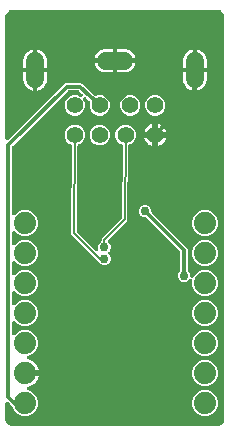
<source format=gbr>
G04 EAGLE Gerber RS-274X export*
G75*
%MOMM*%
%FSLAX34Y34*%
%LPD*%
%INBottom Copper*%
%IPPOS*%
%AMOC8*
5,1,8,0,0,1.08239X$1,22.5*%
G01*
%ADD10C,1.408000*%
%ADD11C,1.500000*%
%ADD12C,1.879600*%
%ADD13C,0.304800*%
%ADD14C,0.762000*%
%ADD15C,0.152400*%

G36*
X186620Y5095D02*
X186620Y5095D01*
X186746Y5102D01*
X186793Y5115D01*
X186841Y5121D01*
X186960Y5163D01*
X187081Y5198D01*
X187123Y5222D01*
X187169Y5238D01*
X187275Y5307D01*
X187385Y5368D01*
X187432Y5408D01*
X187462Y5427D01*
X187495Y5462D01*
X187572Y5527D01*
X190053Y8008D01*
X190132Y8107D01*
X190216Y8201D01*
X190240Y8244D01*
X190270Y8281D01*
X190324Y8396D01*
X190385Y8506D01*
X190398Y8553D01*
X190419Y8596D01*
X190445Y8720D01*
X190480Y8842D01*
X190485Y8902D01*
X190492Y8937D01*
X190491Y8985D01*
X190499Y9085D01*
X190499Y352865D01*
X190485Y352990D01*
X190478Y353116D01*
X190465Y353163D01*
X190459Y353211D01*
X190417Y353330D01*
X190382Y353451D01*
X190358Y353493D01*
X190342Y353539D01*
X190273Y353645D01*
X190212Y353755D01*
X190172Y353802D01*
X190153Y353832D01*
X190118Y353865D01*
X190053Y353942D01*
X187572Y356423D01*
X187473Y356502D01*
X187379Y356586D01*
X187336Y356610D01*
X187299Y356640D01*
X187184Y356694D01*
X187074Y356755D01*
X187027Y356768D01*
X186984Y356789D01*
X186860Y356815D01*
X186738Y356850D01*
X186678Y356855D01*
X186643Y356862D01*
X186595Y356861D01*
X186495Y356869D01*
X9085Y356869D01*
X8960Y356855D01*
X8834Y356848D01*
X8787Y356835D01*
X8739Y356829D01*
X8620Y356787D01*
X8499Y356752D01*
X8457Y356728D01*
X8411Y356712D01*
X8305Y356643D01*
X8195Y356582D01*
X8148Y356542D01*
X8118Y356523D01*
X8085Y356488D01*
X8008Y356423D01*
X5527Y353942D01*
X5448Y353843D01*
X5364Y353749D01*
X5340Y353706D01*
X5310Y353669D01*
X5256Y353554D01*
X5195Y353444D01*
X5182Y353397D01*
X5161Y353354D01*
X5135Y353230D01*
X5100Y353108D01*
X5095Y353048D01*
X5088Y353013D01*
X5089Y352965D01*
X5081Y352865D01*
X5081Y248020D01*
X5092Y247920D01*
X5094Y247820D01*
X5112Y247747D01*
X5121Y247674D01*
X5154Y247579D01*
X5179Y247482D01*
X5213Y247415D01*
X5238Y247345D01*
X5293Y247261D01*
X5339Y247172D01*
X5387Y247115D01*
X5427Y247053D01*
X5499Y246983D01*
X5564Y246906D01*
X5624Y246862D01*
X5678Y246810D01*
X5764Y246759D01*
X5845Y246699D01*
X5913Y246670D01*
X5977Y246632D01*
X6073Y246601D01*
X6165Y246561D01*
X6238Y246548D01*
X6309Y246525D01*
X6409Y246517D01*
X6508Y246500D01*
X6582Y246503D01*
X6656Y246497D01*
X6756Y246512D01*
X6856Y246517D01*
X6927Y246538D01*
X7001Y246549D01*
X7094Y246586D01*
X7191Y246614D01*
X7256Y246650D01*
X7325Y246678D01*
X7407Y246735D01*
X7495Y246784D01*
X7571Y246849D01*
X7611Y246877D01*
X7635Y246903D01*
X7681Y246943D01*
X55887Y295149D01*
X68023Y295149D01*
X68037Y295150D01*
X68059Y295149D01*
X69309Y295178D01*
X70195Y294293D01*
X70206Y294284D01*
X70220Y294268D01*
X80378Y284573D01*
X80425Y284538D01*
X80466Y284496D01*
X80563Y284433D01*
X80656Y284363D01*
X80710Y284339D01*
X80759Y284308D01*
X80868Y284269D01*
X80974Y284222D01*
X81032Y284211D01*
X81087Y284191D01*
X81203Y284178D01*
X81317Y284156D01*
X81375Y284159D01*
X81434Y284152D01*
X81549Y284166D01*
X81665Y284170D01*
X81722Y284186D01*
X81780Y284193D01*
X81979Y284257D01*
X82001Y284263D01*
X82005Y284266D01*
X82013Y284268D01*
X83086Y284713D01*
X86494Y284713D01*
X89642Y283409D01*
X92051Y281000D01*
X93355Y277852D01*
X93355Y274444D01*
X92051Y271296D01*
X89642Y268887D01*
X86494Y267583D01*
X83086Y267583D01*
X79938Y268887D01*
X77529Y271296D01*
X76225Y274444D01*
X76225Y277852D01*
X76496Y278504D01*
X76521Y278595D01*
X76557Y278682D01*
X76569Y278762D01*
X76591Y278839D01*
X76596Y278933D01*
X76610Y279026D01*
X76604Y279107D01*
X76608Y279188D01*
X76591Y279280D01*
X76584Y279374D01*
X76560Y279451D01*
X76546Y279530D01*
X76508Y279617D01*
X76480Y279707D01*
X76439Y279776D01*
X76407Y279850D01*
X76351Y279926D01*
X76303Y280007D01*
X76229Y280090D01*
X76199Y280130D01*
X76175Y280150D01*
X76140Y280189D01*
X73499Y282709D01*
X73473Y282729D01*
X73452Y282753D01*
X73335Y282834D01*
X73221Y282920D01*
X73192Y282933D01*
X73165Y282951D01*
X73033Y283004D01*
X72903Y283061D01*
X72871Y283067D01*
X72841Y283079D01*
X72700Y283100D01*
X72561Y283127D01*
X72528Y283125D01*
X72496Y283130D01*
X72354Y283118D01*
X72212Y283112D01*
X72181Y283104D01*
X72149Y283101D01*
X72013Y283057D01*
X71877Y283020D01*
X71848Y283004D01*
X71817Y282994D01*
X71695Y282921D01*
X71570Y282853D01*
X71546Y282831D01*
X71518Y282814D01*
X71417Y282716D01*
X71310Y282621D01*
X71292Y282594D01*
X71268Y282571D01*
X71192Y282452D01*
X71110Y282336D01*
X71098Y282306D01*
X71080Y282278D01*
X71032Y282144D01*
X70979Y282013D01*
X70974Y281981D01*
X70963Y281950D01*
X70948Y281808D01*
X70926Y281668D01*
X70928Y281636D01*
X70924Y281603D01*
X70941Y281462D01*
X70952Y281321D01*
X70961Y281290D01*
X70965Y281257D01*
X71040Y281025D01*
X72355Y277852D01*
X72355Y274444D01*
X71051Y271296D01*
X68642Y268887D01*
X65494Y267583D01*
X62086Y267583D01*
X58938Y268887D01*
X56529Y271296D01*
X55225Y274444D01*
X55225Y277852D01*
X56529Y281000D01*
X58938Y283409D01*
X62086Y284713D01*
X65494Y284713D01*
X68397Y283510D01*
X68462Y283492D01*
X68524Y283464D01*
X68629Y283444D01*
X68732Y283415D01*
X68800Y283411D01*
X68867Y283398D01*
X68973Y283403D01*
X69080Y283398D01*
X69147Y283410D01*
X69215Y283413D01*
X69318Y283441D01*
X69423Y283460D01*
X69485Y283487D01*
X69551Y283505D01*
X69645Y283557D01*
X69742Y283599D01*
X69797Y283640D01*
X69857Y283672D01*
X69936Y283743D01*
X70022Y283807D01*
X70066Y283859D01*
X70117Y283904D01*
X70178Y283991D01*
X70247Y284073D01*
X70278Y284134D01*
X70317Y284189D01*
X70357Y284288D01*
X70406Y284383D01*
X70422Y284449D01*
X70448Y284512D01*
X70464Y284618D01*
X70490Y284721D01*
X70491Y284790D01*
X70502Y284857D01*
X70494Y284963D01*
X70495Y285070D01*
X70481Y285137D01*
X70476Y285204D01*
X70444Y285306D01*
X70421Y285410D01*
X70392Y285472D01*
X70371Y285537D01*
X70317Y285629D01*
X70271Y285725D01*
X70229Y285778D01*
X70194Y285837D01*
X70079Y285966D01*
X70054Y285998D01*
X70044Y286005D01*
X70031Y286019D01*
X67296Y288630D01*
X67209Y288696D01*
X67129Y288768D01*
X67071Y288800D01*
X67018Y288840D01*
X66919Y288884D01*
X66824Y288937D01*
X66760Y288955D01*
X66700Y288982D01*
X66593Y289002D01*
X66488Y289032D01*
X66402Y289039D01*
X66357Y289047D01*
X66317Y289045D01*
X66244Y289051D01*
X59044Y289051D01*
X58918Y289037D01*
X58792Y289030D01*
X58746Y289017D01*
X58698Y289011D01*
X58579Y288969D01*
X58457Y288934D01*
X58415Y288910D01*
X58369Y288894D01*
X58263Y288825D01*
X58153Y288764D01*
X58107Y288724D01*
X58077Y288705D01*
X58043Y288670D01*
X57967Y288605D01*
X11115Y241753D01*
X11036Y241654D01*
X10952Y241560D01*
X10928Y241518D01*
X10898Y241480D01*
X10844Y241366D01*
X10783Y241255D01*
X10770Y241209D01*
X10749Y241165D01*
X10723Y241041D01*
X10688Y240920D01*
X10683Y240859D01*
X10676Y240824D01*
X10677Y240776D01*
X10669Y240676D01*
X10669Y184733D01*
X10680Y184633D01*
X10682Y184533D01*
X10700Y184461D01*
X10709Y184387D01*
X10742Y184293D01*
X10767Y184195D01*
X10801Y184129D01*
X10826Y184059D01*
X10881Y183975D01*
X10927Y183885D01*
X10975Y183829D01*
X11015Y183766D01*
X11087Y183696D01*
X11152Y183620D01*
X11212Y183576D01*
X11266Y183524D01*
X11352Y183472D01*
X11433Y183413D01*
X11501Y183383D01*
X11565Y183345D01*
X11661Y183314D01*
X11753Y183275D01*
X11826Y183262D01*
X11897Y183239D01*
X11997Y183231D01*
X12096Y183213D01*
X12170Y183217D01*
X12244Y183211D01*
X12344Y183226D01*
X12444Y183231D01*
X12515Y183252D01*
X12589Y183263D01*
X12682Y183300D01*
X12779Y183327D01*
X12844Y183364D01*
X12913Y183391D01*
X12995Y183449D01*
X13083Y183498D01*
X13159Y183563D01*
X13199Y183590D01*
X13223Y183617D01*
X13269Y183656D01*
X15403Y185790D01*
X19417Y187453D01*
X23763Y187453D01*
X27777Y185790D01*
X30850Y182717D01*
X32513Y178703D01*
X32513Y174357D01*
X30850Y170343D01*
X27777Y167270D01*
X23763Y165607D01*
X19417Y165607D01*
X15403Y167270D01*
X13269Y169404D01*
X13191Y169466D01*
X13118Y169536D01*
X13054Y169574D01*
X12996Y169620D01*
X12905Y169663D01*
X12819Y169715D01*
X12748Y169738D01*
X12681Y169769D01*
X12583Y169791D01*
X12487Y169821D01*
X12413Y169827D01*
X12340Y169843D01*
X12240Y169841D01*
X12140Y169849D01*
X12066Y169838D01*
X11992Y169837D01*
X11895Y169812D01*
X11795Y169797D01*
X11726Y169770D01*
X11654Y169752D01*
X11565Y169706D01*
X11471Y169669D01*
X11410Y169626D01*
X11344Y169592D01*
X11268Y169527D01*
X11185Y169470D01*
X11135Y169415D01*
X11079Y169366D01*
X11019Y169286D01*
X10952Y169211D01*
X10916Y169146D01*
X10871Y169086D01*
X10832Y168994D01*
X10783Y168906D01*
X10763Y168834D01*
X10733Y168766D01*
X10716Y168667D01*
X10688Y168571D01*
X10680Y168471D01*
X10672Y168423D01*
X10674Y168387D01*
X10669Y168327D01*
X10669Y159333D01*
X10680Y159233D01*
X10682Y159133D01*
X10700Y159061D01*
X10709Y158987D01*
X10742Y158893D01*
X10767Y158795D01*
X10801Y158729D01*
X10826Y158659D01*
X10881Y158575D01*
X10927Y158485D01*
X10975Y158429D01*
X11015Y158366D01*
X11087Y158296D01*
X11152Y158220D01*
X11212Y158176D01*
X11266Y158124D01*
X11352Y158072D01*
X11433Y158013D01*
X11501Y157983D01*
X11565Y157945D01*
X11661Y157914D01*
X11753Y157875D01*
X11826Y157862D01*
X11897Y157839D01*
X11997Y157831D01*
X12096Y157813D01*
X12170Y157817D01*
X12244Y157811D01*
X12344Y157826D01*
X12444Y157831D01*
X12515Y157852D01*
X12589Y157863D01*
X12682Y157900D01*
X12779Y157927D01*
X12844Y157964D01*
X12913Y157991D01*
X12995Y158049D01*
X13083Y158098D01*
X13159Y158163D01*
X13199Y158190D01*
X13223Y158217D01*
X13269Y158256D01*
X15403Y160390D01*
X19417Y162053D01*
X23763Y162053D01*
X27777Y160390D01*
X30850Y157317D01*
X32513Y153303D01*
X32513Y148957D01*
X30850Y144943D01*
X27777Y141870D01*
X23763Y140207D01*
X19417Y140207D01*
X15403Y141870D01*
X13269Y144004D01*
X13191Y144066D01*
X13118Y144136D01*
X13054Y144174D01*
X12996Y144220D01*
X12905Y144263D01*
X12819Y144315D01*
X12748Y144338D01*
X12681Y144369D01*
X12583Y144391D01*
X12487Y144421D01*
X12413Y144427D01*
X12340Y144443D01*
X12240Y144441D01*
X12140Y144449D01*
X12066Y144438D01*
X11992Y144437D01*
X11895Y144412D01*
X11795Y144397D01*
X11726Y144370D01*
X11654Y144352D01*
X11565Y144306D01*
X11471Y144269D01*
X11410Y144226D01*
X11344Y144192D01*
X11268Y144127D01*
X11185Y144070D01*
X11135Y144015D01*
X11079Y143966D01*
X11019Y143886D01*
X10952Y143811D01*
X10916Y143746D01*
X10871Y143686D01*
X10832Y143594D01*
X10783Y143506D01*
X10763Y143434D01*
X10733Y143366D01*
X10716Y143267D01*
X10688Y143171D01*
X10680Y143071D01*
X10672Y143023D01*
X10674Y142987D01*
X10669Y142927D01*
X10669Y133933D01*
X10680Y133833D01*
X10682Y133733D01*
X10700Y133661D01*
X10709Y133587D01*
X10742Y133493D01*
X10767Y133395D01*
X10801Y133329D01*
X10826Y133259D01*
X10881Y133175D01*
X10927Y133085D01*
X10975Y133029D01*
X11015Y132966D01*
X11087Y132896D01*
X11152Y132820D01*
X11212Y132776D01*
X11266Y132724D01*
X11352Y132672D01*
X11433Y132613D01*
X11501Y132583D01*
X11565Y132545D01*
X11661Y132514D01*
X11753Y132475D01*
X11826Y132462D01*
X11897Y132439D01*
X11997Y132431D01*
X12096Y132413D01*
X12170Y132417D01*
X12244Y132411D01*
X12344Y132426D01*
X12444Y132431D01*
X12515Y132452D01*
X12589Y132463D01*
X12682Y132500D01*
X12779Y132527D01*
X12844Y132564D01*
X12913Y132591D01*
X12995Y132649D01*
X13083Y132698D01*
X13159Y132763D01*
X13199Y132790D01*
X13223Y132817D01*
X13269Y132856D01*
X15403Y134990D01*
X19417Y136653D01*
X23763Y136653D01*
X27777Y134990D01*
X30850Y131917D01*
X32513Y127903D01*
X32513Y123557D01*
X30850Y119543D01*
X27777Y116470D01*
X23763Y114807D01*
X19417Y114807D01*
X15403Y116470D01*
X13269Y118604D01*
X13191Y118666D01*
X13118Y118736D01*
X13054Y118774D01*
X12996Y118820D01*
X12905Y118863D01*
X12819Y118915D01*
X12748Y118938D01*
X12681Y118969D01*
X12583Y118991D01*
X12487Y119021D01*
X12413Y119027D01*
X12340Y119043D01*
X12240Y119041D01*
X12140Y119049D01*
X12066Y119038D01*
X11992Y119037D01*
X11895Y119012D01*
X11795Y118997D01*
X11726Y118970D01*
X11654Y118952D01*
X11565Y118906D01*
X11471Y118869D01*
X11410Y118826D01*
X11344Y118792D01*
X11268Y118727D01*
X11185Y118670D01*
X11135Y118615D01*
X11079Y118566D01*
X11019Y118486D01*
X10952Y118411D01*
X10916Y118346D01*
X10871Y118286D01*
X10832Y118194D01*
X10783Y118106D01*
X10763Y118034D01*
X10733Y117966D01*
X10716Y117867D01*
X10688Y117771D01*
X10680Y117671D01*
X10672Y117623D01*
X10674Y117587D01*
X10669Y117527D01*
X10669Y108533D01*
X10680Y108433D01*
X10682Y108333D01*
X10700Y108261D01*
X10709Y108187D01*
X10742Y108093D01*
X10767Y107995D01*
X10801Y107929D01*
X10826Y107859D01*
X10881Y107775D01*
X10927Y107685D01*
X10975Y107629D01*
X11015Y107566D01*
X11087Y107496D01*
X11152Y107420D01*
X11212Y107376D01*
X11266Y107324D01*
X11352Y107272D01*
X11433Y107213D01*
X11501Y107183D01*
X11565Y107145D01*
X11661Y107114D01*
X11753Y107075D01*
X11826Y107062D01*
X11897Y107039D01*
X11997Y107031D01*
X12096Y107013D01*
X12170Y107017D01*
X12244Y107011D01*
X12344Y107026D01*
X12444Y107031D01*
X12515Y107052D01*
X12589Y107063D01*
X12682Y107100D01*
X12779Y107127D01*
X12844Y107164D01*
X12913Y107191D01*
X12995Y107249D01*
X13083Y107298D01*
X13159Y107363D01*
X13199Y107390D01*
X13223Y107417D01*
X13269Y107456D01*
X15403Y109590D01*
X19417Y111253D01*
X23763Y111253D01*
X27777Y109590D01*
X30850Y106517D01*
X32513Y102503D01*
X32513Y98157D01*
X30850Y94143D01*
X27777Y91070D01*
X23763Y89407D01*
X19417Y89407D01*
X15403Y91070D01*
X13269Y93204D01*
X13191Y93266D01*
X13118Y93336D01*
X13054Y93374D01*
X12996Y93420D01*
X12905Y93463D01*
X12819Y93515D01*
X12748Y93538D01*
X12681Y93569D01*
X12583Y93591D01*
X12487Y93621D01*
X12413Y93627D01*
X12340Y93643D01*
X12240Y93641D01*
X12140Y93649D01*
X12066Y93638D01*
X11992Y93637D01*
X11895Y93612D01*
X11795Y93597D01*
X11726Y93570D01*
X11654Y93552D01*
X11565Y93506D01*
X11471Y93469D01*
X11410Y93426D01*
X11344Y93392D01*
X11268Y93327D01*
X11185Y93270D01*
X11135Y93215D01*
X11079Y93166D01*
X11019Y93086D01*
X10952Y93011D01*
X10916Y92946D01*
X10871Y92886D01*
X10832Y92794D01*
X10783Y92706D01*
X10763Y92634D01*
X10733Y92566D01*
X10716Y92467D01*
X10688Y92371D01*
X10680Y92271D01*
X10672Y92223D01*
X10674Y92187D01*
X10669Y92127D01*
X10669Y83133D01*
X10680Y83033D01*
X10682Y82933D01*
X10700Y82861D01*
X10709Y82787D01*
X10742Y82693D01*
X10767Y82595D01*
X10801Y82529D01*
X10826Y82459D01*
X10881Y82375D01*
X10927Y82285D01*
X10975Y82229D01*
X11015Y82166D01*
X11087Y82096D01*
X11152Y82020D01*
X11212Y81976D01*
X11266Y81924D01*
X11352Y81872D01*
X11433Y81813D01*
X11501Y81783D01*
X11565Y81745D01*
X11661Y81714D01*
X11753Y81675D01*
X11826Y81662D01*
X11897Y81639D01*
X11997Y81631D01*
X12096Y81613D01*
X12170Y81617D01*
X12244Y81611D01*
X12344Y81626D01*
X12444Y81631D01*
X12515Y81652D01*
X12589Y81663D01*
X12682Y81700D01*
X12779Y81727D01*
X12844Y81764D01*
X12913Y81791D01*
X12995Y81849D01*
X13083Y81898D01*
X13159Y81963D01*
X13199Y81990D01*
X13223Y82017D01*
X13269Y82056D01*
X15403Y84190D01*
X19417Y85853D01*
X23763Y85853D01*
X27777Y84190D01*
X30850Y81117D01*
X32513Y77103D01*
X32513Y72757D01*
X30850Y68743D01*
X27777Y65670D01*
X23978Y64097D01*
X23886Y64045D01*
X23790Y64003D01*
X23734Y63961D01*
X23674Y63927D01*
X23596Y63856D01*
X23512Y63793D01*
X23467Y63740D01*
X23415Y63693D01*
X23355Y63606D01*
X23288Y63526D01*
X23257Y63464D01*
X23217Y63406D01*
X23179Y63308D01*
X23131Y63215D01*
X23115Y63147D01*
X23089Y63082D01*
X23074Y62978D01*
X23049Y62876D01*
X23049Y62806D01*
X23039Y62737D01*
X23047Y62632D01*
X23046Y62527D01*
X23062Y62459D01*
X23067Y62390D01*
X23100Y62290D01*
X23123Y62187D01*
X23153Y62125D01*
X23175Y62058D01*
X23229Y61968D01*
X23275Y61874D01*
X23318Y61819D01*
X23354Y61760D01*
X23428Y61684D01*
X23494Y61603D01*
X23548Y61560D01*
X23597Y61510D01*
X23686Y61453D01*
X23769Y61388D01*
X23832Y61359D01*
X23890Y61322D01*
X23989Y61286D01*
X24085Y61242D01*
X24175Y61220D01*
X24219Y61205D01*
X24257Y61201D01*
X24323Y61185D01*
X24386Y61175D01*
X26173Y60594D01*
X27847Y59741D01*
X29368Y58636D01*
X30696Y57308D01*
X31801Y55787D01*
X32654Y54113D01*
X33235Y52326D01*
X33275Y52069D01*
X22606Y52069D01*
X22580Y52066D01*
X22554Y52068D01*
X22407Y52046D01*
X22260Y52029D01*
X22235Y52021D01*
X22209Y52017D01*
X22072Y51962D01*
X21932Y51912D01*
X21910Y51898D01*
X21885Y51888D01*
X21764Y51803D01*
X21639Y51723D01*
X21621Y51704D01*
X21599Y51689D01*
X21500Y51579D01*
X21397Y51472D01*
X21383Y51450D01*
X21366Y51430D01*
X21294Y51300D01*
X21218Y51173D01*
X21210Y51148D01*
X21197Y51125D01*
X21157Y50982D01*
X21112Y50841D01*
X21110Y50815D01*
X21103Y50790D01*
X21083Y50546D01*
X21083Y48514D01*
X21086Y48488D01*
X21084Y48462D01*
X21106Y48315D01*
X21123Y48168D01*
X21132Y48143D01*
X21136Y48117D01*
X21190Y47979D01*
X21240Y47840D01*
X21255Y47818D01*
X21264Y47793D01*
X21349Y47672D01*
X21429Y47547D01*
X21448Y47529D01*
X21463Y47507D01*
X21573Y47408D01*
X21680Y47305D01*
X21703Y47291D01*
X21722Y47274D01*
X21852Y47202D01*
X21979Y47126D01*
X22004Y47118D01*
X22027Y47105D01*
X22170Y47065D01*
X22311Y47020D01*
X22337Y47017D01*
X22362Y47010D01*
X22606Y46991D01*
X33275Y46991D01*
X33235Y46734D01*
X32654Y44947D01*
X31801Y43273D01*
X30696Y41752D01*
X29368Y40424D01*
X27847Y39319D01*
X26173Y38466D01*
X24386Y37885D01*
X24323Y37875D01*
X24221Y37847D01*
X24118Y37828D01*
X24054Y37800D01*
X23987Y37782D01*
X23895Y37731D01*
X23798Y37689D01*
X23742Y37648D01*
X23681Y37614D01*
X23603Y37544D01*
X23519Y37481D01*
X23474Y37428D01*
X23422Y37382D01*
X23361Y37296D01*
X23293Y37215D01*
X23262Y37153D01*
X23222Y37096D01*
X23183Y36999D01*
X23135Y36905D01*
X23118Y36838D01*
X23092Y36773D01*
X23076Y36669D01*
X23050Y36567D01*
X23049Y36497D01*
X23039Y36429D01*
X23047Y36324D01*
X23045Y36218D01*
X23060Y36150D01*
X23066Y36081D01*
X23097Y35981D01*
X23120Y35878D01*
X23150Y35815D01*
X23171Y35749D01*
X23224Y35658D01*
X23269Y35563D01*
X23313Y35509D01*
X23348Y35449D01*
X23421Y35373D01*
X23487Y35291D01*
X23541Y35248D01*
X23590Y35197D01*
X23678Y35140D01*
X23760Y35075D01*
X23843Y35033D01*
X23882Y35007D01*
X23918Y34994D01*
X23978Y34963D01*
X27777Y33390D01*
X30850Y30317D01*
X32513Y26303D01*
X32513Y21957D01*
X30850Y17943D01*
X27777Y14870D01*
X23763Y13207D01*
X19417Y13207D01*
X15403Y14870D01*
X12330Y17943D01*
X10858Y21496D01*
X10857Y21498D01*
X10857Y21500D01*
X10771Y21653D01*
X10689Y21801D01*
X10688Y21802D01*
X10687Y21804D01*
X10528Y21990D01*
X9205Y23313D01*
X7681Y24837D01*
X7602Y24900D01*
X7530Y24970D01*
X7466Y25008D01*
X7408Y25054D01*
X7317Y25097D01*
X7231Y25148D01*
X7160Y25171D01*
X7093Y25203D01*
X6995Y25224D01*
X6899Y25255D01*
X6825Y25261D01*
X6752Y25276D01*
X6652Y25275D01*
X6552Y25283D01*
X6478Y25272D01*
X6404Y25270D01*
X6307Y25246D01*
X6207Y25231D01*
X6138Y25203D01*
X6066Y25185D01*
X5977Y25139D01*
X5883Y25102D01*
X5822Y25060D01*
X5756Y25026D01*
X5680Y24961D01*
X5597Y24903D01*
X5547Y24848D01*
X5491Y24800D01*
X5431Y24719D01*
X5364Y24644D01*
X5328Y24579D01*
X5283Y24520D01*
X5244Y24427D01*
X5195Y24339D01*
X5175Y24268D01*
X5145Y24200D01*
X5128Y24101D01*
X5100Y24004D01*
X5092Y23904D01*
X5084Y23857D01*
X5086Y23821D01*
X5081Y23760D01*
X5081Y9085D01*
X5095Y8960D01*
X5102Y8834D01*
X5115Y8787D01*
X5121Y8739D01*
X5163Y8620D01*
X5198Y8499D01*
X5222Y8457D01*
X5238Y8411D01*
X5307Y8305D01*
X5368Y8195D01*
X5408Y8148D01*
X5427Y8118D01*
X5462Y8085D01*
X5527Y8008D01*
X8008Y5527D01*
X8107Y5448D01*
X8201Y5364D01*
X8244Y5340D01*
X8281Y5310D01*
X8396Y5256D01*
X8506Y5195D01*
X8553Y5182D01*
X8596Y5161D01*
X8720Y5135D01*
X8842Y5100D01*
X8902Y5095D01*
X8937Y5088D01*
X8985Y5089D01*
X9085Y5081D01*
X186495Y5081D01*
X186620Y5095D01*
G37*
%LPC*%
G36*
X87839Y140715D02*
X87839Y140715D01*
X85878Y141527D01*
X84377Y143028D01*
X84139Y143603D01*
X84138Y143604D01*
X84138Y143606D01*
X84058Y143749D01*
X83970Y143907D01*
X83969Y143909D01*
X83968Y143911D01*
X83809Y144097D01*
X62512Y165394D01*
X62421Y165466D01*
X61410Y166496D01*
X61405Y166500D01*
X61400Y166506D01*
X60733Y167173D01*
X60741Y168115D01*
X60741Y168120D01*
X60741Y168128D01*
X60741Y169522D01*
X60748Y169555D01*
X60748Y169601D01*
X60756Y169691D01*
X61418Y241828D01*
X61409Y241911D01*
X61410Y241995D01*
X61391Y242084D01*
X61381Y242175D01*
X61354Y242254D01*
X61336Y242335D01*
X61297Y242418D01*
X61266Y242504D01*
X61222Y242575D01*
X61186Y242650D01*
X61129Y242722D01*
X61080Y242799D01*
X61021Y242857D01*
X60969Y242922D01*
X60897Y242979D01*
X60832Y243043D01*
X60761Y243087D01*
X60695Y243138D01*
X60576Y243199D01*
X60534Y243225D01*
X60512Y243232D01*
X60477Y243250D01*
X58938Y243887D01*
X56529Y246296D01*
X55225Y249444D01*
X55225Y252852D01*
X56529Y256000D01*
X58938Y258409D01*
X62086Y259713D01*
X65494Y259713D01*
X68642Y258409D01*
X71051Y256000D01*
X72355Y252852D01*
X72355Y249444D01*
X71051Y246296D01*
X68642Y243887D01*
X66931Y243179D01*
X66870Y243145D01*
X66806Y243120D01*
X66719Y243061D01*
X66627Y243009D01*
X66575Y242963D01*
X66518Y242924D01*
X66447Y242846D01*
X66368Y242775D01*
X66329Y242718D01*
X66282Y242667D01*
X66230Y242575D01*
X66170Y242489D01*
X66145Y242424D01*
X66111Y242363D01*
X66081Y242262D01*
X66042Y242164D01*
X66032Y242096D01*
X66013Y242029D01*
X65998Y241861D01*
X65992Y241820D01*
X65993Y241806D01*
X65991Y241785D01*
X65329Y169690D01*
X65343Y169557D01*
X65350Y169424D01*
X65362Y169384D01*
X65366Y169343D01*
X65410Y169217D01*
X65447Y169089D01*
X65467Y169053D01*
X65480Y169014D01*
X65552Y168901D01*
X65617Y168785D01*
X65650Y168746D01*
X65667Y168719D01*
X65702Y168685D01*
X65775Y168599D01*
X81219Y153155D01*
X81259Y153123D01*
X81293Y153086D01*
X81395Y153015D01*
X81492Y152938D01*
X81538Y152917D01*
X81579Y152888D01*
X81695Y152842D01*
X81807Y152789D01*
X81857Y152779D01*
X81904Y152760D01*
X82027Y152742D01*
X82148Y152716D01*
X82198Y152717D01*
X82248Y152709D01*
X82372Y152720D01*
X82497Y152722D01*
X82545Y152734D01*
X82596Y152738D01*
X82714Y152776D01*
X82835Y152807D01*
X82879Y152830D01*
X82927Y152845D01*
X83034Y152909D01*
X83144Y152966D01*
X83183Y152999D01*
X83226Y153025D01*
X83315Y153112D01*
X83410Y153192D01*
X83440Y153233D01*
X83476Y153268D01*
X83543Y153372D01*
X83617Y153472D01*
X83637Y153519D01*
X83664Y153561D01*
X83706Y153678D01*
X83755Y153792D01*
X83764Y153842D01*
X83781Y153890D01*
X83795Y154013D01*
X83817Y154135D01*
X83814Y154186D01*
X83820Y154236D01*
X83805Y154359D01*
X83799Y154484D01*
X83785Y154532D01*
X83779Y154582D01*
X83704Y154815D01*
X83565Y155149D01*
X83565Y157271D01*
X84377Y159232D01*
X85943Y160798D01*
X85977Y160817D01*
X86034Y160868D01*
X86097Y160912D01*
X86163Y160985D01*
X86235Y161051D01*
X86279Y161114D01*
X86330Y161171D01*
X86378Y161257D01*
X86434Y161337D01*
X86462Y161409D01*
X86499Y161476D01*
X86526Y161570D01*
X86562Y161662D01*
X86573Y161737D01*
X86594Y161811D01*
X86606Y161960D01*
X86612Y162006D01*
X86611Y162025D01*
X86613Y162055D01*
X86613Y163507D01*
X103312Y180206D01*
X103385Y180298D01*
X103466Y180386D01*
X103493Y180435D01*
X103529Y180479D01*
X103579Y180586D01*
X103637Y180689D01*
X103653Y180743D01*
X103677Y180794D01*
X103702Y180909D01*
X103736Y181023D01*
X103742Y181095D01*
X103751Y181135D01*
X103750Y181180D01*
X103758Y181267D01*
X104404Y241832D01*
X104395Y241916D01*
X104396Y242001D01*
X104377Y242089D01*
X104368Y242179D01*
X104340Y242258D01*
X104322Y242341D01*
X104283Y242423D01*
X104254Y242508D01*
X104208Y242579D01*
X104172Y242656D01*
X104116Y242726D01*
X104068Y242803D01*
X104008Y242862D01*
X103955Y242928D01*
X103884Y242984D01*
X103820Y243048D01*
X103748Y243092D01*
X103681Y243144D01*
X103565Y243204D01*
X103523Y243230D01*
X103499Y243237D01*
X103464Y243255D01*
X101938Y243887D01*
X99529Y246296D01*
X98225Y249444D01*
X98225Y252852D01*
X99529Y256000D01*
X101938Y258409D01*
X105086Y259713D01*
X108494Y259713D01*
X111642Y258409D01*
X114051Y256000D01*
X115355Y252852D01*
X115355Y249444D01*
X114051Y246296D01*
X111642Y243887D01*
X109917Y243173D01*
X109858Y243140D01*
X109794Y243115D01*
X109706Y243055D01*
X109613Y243004D01*
X109562Y242958D01*
X109506Y242919D01*
X109433Y242841D01*
X109354Y242770D01*
X109316Y242713D01*
X109269Y242663D01*
X109217Y242570D01*
X109156Y242483D01*
X109131Y242419D01*
X109098Y242360D01*
X109067Y242258D01*
X109028Y242159D01*
X109019Y242091D01*
X108999Y242025D01*
X108984Y241854D01*
X108978Y241814D01*
X108979Y241801D01*
X108977Y241782D01*
X108315Y179683D01*
X108316Y179676D01*
X108315Y179667D01*
X108315Y178726D01*
X107642Y178068D01*
X107638Y178063D01*
X107630Y178056D01*
X92191Y162617D01*
X92175Y162597D01*
X92155Y162580D01*
X92067Y162460D01*
X91975Y162344D01*
X91963Y162321D01*
X91948Y162300D01*
X91889Y162163D01*
X91826Y162029D01*
X91820Y162004D01*
X91810Y161980D01*
X91784Y161833D01*
X91752Y161689D01*
X91753Y161662D01*
X91748Y161637D01*
X91756Y161488D01*
X91758Y161340D01*
X91765Y161315D01*
X91766Y161288D01*
X91807Y161146D01*
X91843Y161002D01*
X91855Y160979D01*
X91863Y160954D01*
X91935Y160824D01*
X92003Y160692D01*
X92020Y160672D01*
X92033Y160649D01*
X92191Y160463D01*
X93423Y159232D01*
X94235Y157271D01*
X94235Y155149D01*
X93423Y153188D01*
X92442Y152207D01*
X92425Y152187D01*
X92405Y152170D01*
X92317Y152050D01*
X92225Y151934D01*
X92214Y151910D01*
X92198Y151889D01*
X92139Y151753D01*
X92076Y151619D01*
X92070Y151593D01*
X92060Y151569D01*
X92034Y151423D01*
X92003Y151278D01*
X92003Y151252D01*
X91998Y151226D01*
X92006Y151078D01*
X92009Y150930D01*
X92015Y150904D01*
X92016Y150878D01*
X92057Y150736D01*
X92094Y150592D01*
X92106Y150568D01*
X92113Y150543D01*
X92185Y150414D01*
X92253Y150282D01*
X92270Y150262D01*
X92283Y150239D01*
X92442Y150053D01*
X93423Y149072D01*
X94235Y147111D01*
X94235Y144989D01*
X93423Y143028D01*
X91922Y141527D01*
X89961Y140715D01*
X87839Y140715D01*
G37*
%LPD*%
%LPC*%
G36*
X171817Y114807D02*
X171817Y114807D01*
X167803Y116470D01*
X164730Y119543D01*
X163067Y123557D01*
X163067Y127715D01*
X163056Y127815D01*
X163054Y127916D01*
X163036Y127988D01*
X163027Y128062D01*
X162994Y128156D01*
X162969Y128254D01*
X162935Y128320D01*
X162910Y128390D01*
X162855Y128474D01*
X162809Y128563D01*
X162761Y128620D01*
X162721Y128683D01*
X162649Y128752D01*
X162584Y128829D01*
X162524Y128873D01*
X162470Y128925D01*
X162384Y128976D01*
X162303Y129036D01*
X162235Y129065D01*
X162171Y129104D01*
X162075Y129134D01*
X161983Y129174D01*
X161910Y129187D01*
X161839Y129210D01*
X161739Y129218D01*
X161640Y129236D01*
X161566Y129232D01*
X161492Y129238D01*
X161392Y129223D01*
X161292Y129218D01*
X161221Y129197D01*
X161147Y129186D01*
X161054Y129149D01*
X160957Y129121D01*
X160892Y129085D01*
X160823Y129057D01*
X160741Y129000D01*
X160653Y128951D01*
X160577Y128886D01*
X160537Y128858D01*
X160513Y128832D01*
X160467Y128792D01*
X159232Y127557D01*
X157271Y126745D01*
X155149Y126745D01*
X153188Y127557D01*
X151687Y129058D01*
X150875Y131019D01*
X150875Y133141D01*
X151687Y135102D01*
X152715Y136130D01*
X152794Y136229D01*
X152878Y136322D01*
X152902Y136365D01*
X152932Y136403D01*
X152986Y136517D01*
X153047Y136627D01*
X153060Y136674D01*
X153081Y136718D01*
X153107Y136841D01*
X153142Y136963D01*
X153147Y137024D01*
X153154Y137058D01*
X153153Y137106D01*
X153161Y137207D01*
X153161Y151776D01*
X153147Y151902D01*
X153140Y152028D01*
X153127Y152074D01*
X153121Y152122D01*
X153079Y152241D01*
X153044Y152363D01*
X153020Y152405D01*
X153004Y152451D01*
X152935Y152557D01*
X152874Y152667D01*
X152834Y152713D01*
X152815Y152743D01*
X152780Y152777D01*
X152715Y152853D01*
X124659Y180909D01*
X124560Y180988D01*
X124466Y181072D01*
X124424Y181096D01*
X124386Y181126D01*
X124272Y181180D01*
X124161Y181241D01*
X124115Y181254D01*
X124071Y181275D01*
X123948Y181301D01*
X123826Y181336D01*
X123765Y181341D01*
X123730Y181348D01*
X123682Y181347D01*
X123582Y181355D01*
X122129Y181355D01*
X120168Y182167D01*
X118667Y183668D01*
X117855Y185629D01*
X117855Y187751D01*
X118667Y189712D01*
X120168Y191213D01*
X122129Y192025D01*
X124251Y192025D01*
X126212Y191213D01*
X127713Y189712D01*
X128525Y187751D01*
X128525Y186298D01*
X128539Y186172D01*
X128546Y186046D01*
X128559Y186000D01*
X128565Y185952D01*
X128607Y185833D01*
X128642Y185711D01*
X128666Y185669D01*
X128682Y185623D01*
X128751Y185517D01*
X128812Y185407D01*
X128852Y185361D01*
X128871Y185331D01*
X128906Y185297D01*
X128971Y185221D01*
X159259Y154933D01*
X159259Y137207D01*
X159273Y137081D01*
X159280Y136955D01*
X159293Y136908D01*
X159299Y136860D01*
X159341Y136741D01*
X159376Y136620D01*
X159400Y136578D01*
X159416Y136532D01*
X159485Y136426D01*
X159546Y136316D01*
X159586Y136270D01*
X159605Y136240D01*
X159640Y136206D01*
X159705Y136130D01*
X160733Y135102D01*
X161545Y133141D01*
X161545Y131885D01*
X161550Y131835D01*
X161548Y131784D01*
X161570Y131662D01*
X161585Y131539D01*
X161602Y131491D01*
X161611Y131442D01*
X161660Y131328D01*
X161702Y131210D01*
X161729Y131168D01*
X161750Y131122D01*
X161824Y131022D01*
X161891Y130918D01*
X161927Y130883D01*
X161957Y130842D01*
X162052Y130762D01*
X162142Y130675D01*
X162185Y130650D01*
X162223Y130617D01*
X162334Y130560D01*
X162441Y130497D01*
X162489Y130481D01*
X162534Y130458D01*
X162654Y130428D01*
X162773Y130390D01*
X162823Y130386D01*
X162872Y130374D01*
X162996Y130372D01*
X163120Y130362D01*
X163170Y130370D01*
X163220Y130369D01*
X163342Y130396D01*
X163465Y130414D01*
X163512Y130433D01*
X163561Y130443D01*
X163673Y130497D01*
X163789Y130543D01*
X163830Y130572D01*
X163876Y130593D01*
X163973Y130671D01*
X164075Y130742D01*
X164109Y130779D01*
X164148Y130811D01*
X164225Y130908D01*
X164308Y131001D01*
X164333Y131045D01*
X164364Y131084D01*
X164475Y131302D01*
X164730Y131917D01*
X167803Y134990D01*
X171817Y136653D01*
X176163Y136653D01*
X180177Y134990D01*
X183250Y131917D01*
X184913Y127903D01*
X184913Y123557D01*
X183250Y119543D01*
X180177Y116470D01*
X176163Y114807D01*
X171817Y114807D01*
G37*
%LPD*%
%LPC*%
G36*
X171817Y13207D02*
X171817Y13207D01*
X167803Y14870D01*
X164730Y17943D01*
X163067Y21957D01*
X163067Y26303D01*
X164730Y30317D01*
X167803Y33390D01*
X171817Y35053D01*
X176163Y35053D01*
X180177Y33390D01*
X183250Y30317D01*
X184913Y26303D01*
X184913Y21957D01*
X183250Y17943D01*
X180177Y14870D01*
X176163Y13207D01*
X171817Y13207D01*
G37*
%LPD*%
%LPC*%
G36*
X171817Y140207D02*
X171817Y140207D01*
X167803Y141870D01*
X164730Y144943D01*
X163067Y148957D01*
X163067Y153303D01*
X164730Y157317D01*
X167803Y160390D01*
X171817Y162053D01*
X176163Y162053D01*
X180177Y160390D01*
X183250Y157317D01*
X184913Y153303D01*
X184913Y148957D01*
X183250Y144943D01*
X180177Y141870D01*
X176163Y140207D01*
X171817Y140207D01*
G37*
%LPD*%
%LPC*%
G36*
X171817Y38607D02*
X171817Y38607D01*
X167803Y40270D01*
X164730Y43343D01*
X163067Y47357D01*
X163067Y51703D01*
X164730Y55717D01*
X167803Y58790D01*
X171817Y60453D01*
X176163Y60453D01*
X180177Y58790D01*
X183250Y55717D01*
X184913Y51703D01*
X184913Y47357D01*
X183250Y43343D01*
X180177Y40270D01*
X176163Y38607D01*
X171817Y38607D01*
G37*
%LPD*%
%LPC*%
G36*
X171817Y64007D02*
X171817Y64007D01*
X167803Y65670D01*
X164730Y68743D01*
X163067Y72757D01*
X163067Y77103D01*
X164730Y81117D01*
X167803Y84190D01*
X171817Y85853D01*
X176163Y85853D01*
X180177Y84190D01*
X183250Y81117D01*
X184913Y77103D01*
X184913Y72757D01*
X183250Y68743D01*
X180177Y65670D01*
X176163Y64007D01*
X171817Y64007D01*
G37*
%LPD*%
%LPC*%
G36*
X171817Y89407D02*
X171817Y89407D01*
X167803Y91070D01*
X164730Y94143D01*
X163067Y98157D01*
X163067Y102503D01*
X164730Y106517D01*
X167803Y109590D01*
X171817Y111253D01*
X176163Y111253D01*
X180177Y109590D01*
X183250Y106517D01*
X184913Y102503D01*
X184913Y98157D01*
X183250Y94143D01*
X180177Y91070D01*
X176163Y89407D01*
X171817Y89407D01*
G37*
%LPD*%
%LPC*%
G36*
X171817Y165607D02*
X171817Y165607D01*
X167803Y167270D01*
X164730Y170343D01*
X163067Y174357D01*
X163067Y178703D01*
X164730Y182717D01*
X167803Y185790D01*
X171817Y187453D01*
X176163Y187453D01*
X180177Y185790D01*
X183250Y182717D01*
X184913Y178703D01*
X184913Y174357D01*
X183250Y170343D01*
X180177Y167270D01*
X176163Y165607D01*
X171817Y165607D01*
G37*
%LPD*%
%LPC*%
G36*
X109086Y267583D02*
X109086Y267583D01*
X105938Y268887D01*
X103529Y271296D01*
X102225Y274444D01*
X102225Y277852D01*
X103529Y281000D01*
X105938Y283409D01*
X109086Y284713D01*
X112494Y284713D01*
X115642Y283409D01*
X118051Y281000D01*
X119355Y277852D01*
X119355Y274444D01*
X118051Y271296D01*
X115642Y268887D01*
X112494Y267583D01*
X109086Y267583D01*
G37*
%LPD*%
%LPC*%
G36*
X83086Y242583D02*
X83086Y242583D01*
X79938Y243887D01*
X77529Y246296D01*
X76225Y249444D01*
X76225Y252852D01*
X77529Y256000D01*
X79938Y258409D01*
X83086Y259713D01*
X86494Y259713D01*
X89642Y258409D01*
X92051Y256000D01*
X93355Y252852D01*
X93355Y249444D01*
X92051Y246296D01*
X89642Y243887D01*
X86494Y242583D01*
X83086Y242583D01*
G37*
%LPD*%
%LPC*%
G36*
X130086Y267583D02*
X130086Y267583D01*
X126938Y268887D01*
X124529Y271296D01*
X123225Y274444D01*
X123225Y277852D01*
X124529Y281000D01*
X126938Y283409D01*
X130086Y284713D01*
X133494Y284713D01*
X136642Y283409D01*
X139051Y281000D01*
X140355Y277852D01*
X140355Y274444D01*
X139051Y271296D01*
X136642Y268887D01*
X133494Y267583D01*
X130086Y267583D01*
G37*
%LPD*%
%LPC*%
G36*
X167039Y307897D02*
X167039Y307897D01*
X167039Y323537D01*
X167641Y323441D01*
X169144Y322953D01*
X170553Y322236D01*
X171831Y321307D01*
X172949Y320189D01*
X173878Y318911D01*
X174595Y317502D01*
X175083Y315999D01*
X175331Y314438D01*
X175331Y307897D01*
X167039Y307897D01*
G37*
%LPD*%
%LPC*%
G36*
X32039Y307897D02*
X32039Y307897D01*
X32039Y323537D01*
X32641Y323441D01*
X34144Y322953D01*
X35553Y322236D01*
X36831Y321307D01*
X37949Y320189D01*
X38878Y318911D01*
X39595Y317502D01*
X40083Y315999D01*
X40331Y314438D01*
X40331Y307897D01*
X32039Y307897D01*
G37*
%LPD*%
%LPC*%
G36*
X99539Y315897D02*
X99539Y315897D01*
X99539Y324189D01*
X106080Y324189D01*
X107641Y323941D01*
X109144Y323453D01*
X110553Y322736D01*
X111831Y321807D01*
X112949Y320689D01*
X113878Y319411D01*
X114595Y318002D01*
X115083Y316499D01*
X115179Y315897D01*
X99539Y315897D01*
G37*
%LPD*%
%LPC*%
G36*
X32039Y304399D02*
X32039Y304399D01*
X40331Y304399D01*
X40331Y297858D01*
X40083Y296297D01*
X39595Y294794D01*
X38878Y293385D01*
X37949Y292107D01*
X36831Y290989D01*
X35553Y290060D01*
X34144Y289343D01*
X32641Y288855D01*
X32039Y288759D01*
X32039Y304399D01*
G37*
%LPD*%
%LPC*%
G36*
X167039Y304399D02*
X167039Y304399D01*
X175331Y304399D01*
X175331Y297858D01*
X175083Y296297D01*
X174595Y294794D01*
X173878Y293385D01*
X172949Y292107D01*
X171831Y290989D01*
X170553Y290060D01*
X169144Y289343D01*
X167641Y288855D01*
X167039Y288759D01*
X167039Y304399D01*
G37*
%LPD*%
%LPC*%
G36*
X80401Y315897D02*
X80401Y315897D01*
X80497Y316499D01*
X80985Y318002D01*
X81702Y319411D01*
X82631Y320689D01*
X83749Y321807D01*
X85027Y322736D01*
X86436Y323453D01*
X87939Y323941D01*
X89500Y324189D01*
X96041Y324189D01*
X96041Y315897D01*
X80401Y315897D01*
G37*
%LPD*%
%LPC*%
G36*
X20249Y307897D02*
X20249Y307897D01*
X20249Y314438D01*
X20497Y315999D01*
X20985Y317502D01*
X21702Y318911D01*
X22631Y320189D01*
X23749Y321307D01*
X25027Y322236D01*
X26436Y322953D01*
X27939Y323441D01*
X28541Y323537D01*
X28541Y307897D01*
X20249Y307897D01*
G37*
%LPD*%
%LPC*%
G36*
X155249Y307897D02*
X155249Y307897D01*
X155249Y314438D01*
X155497Y315999D01*
X155985Y317502D01*
X156702Y318911D01*
X157631Y320189D01*
X158749Y321307D01*
X160027Y322236D01*
X161436Y322953D01*
X162939Y323441D01*
X163541Y323537D01*
X163541Y307897D01*
X155249Y307897D01*
G37*
%LPD*%
%LPC*%
G36*
X99539Y304107D02*
X99539Y304107D01*
X99539Y312399D01*
X115179Y312399D01*
X115083Y311797D01*
X114595Y310294D01*
X113878Y308885D01*
X112949Y307607D01*
X111831Y306489D01*
X110553Y305560D01*
X109144Y304843D01*
X107641Y304355D01*
X106080Y304107D01*
X99539Y304107D01*
G37*
%LPD*%
%LPC*%
G36*
X89500Y304107D02*
X89500Y304107D01*
X87939Y304355D01*
X86436Y304843D01*
X85027Y305560D01*
X83749Y306489D01*
X82631Y307607D01*
X81702Y308885D01*
X80985Y310294D01*
X80497Y311797D01*
X80401Y312399D01*
X96041Y312399D01*
X96041Y304107D01*
X89500Y304107D01*
G37*
%LPD*%
%LPC*%
G36*
X162939Y288855D02*
X162939Y288855D01*
X161436Y289343D01*
X160027Y290060D01*
X158749Y290989D01*
X157631Y292107D01*
X156702Y293385D01*
X155985Y294794D01*
X155497Y296297D01*
X155249Y297858D01*
X155249Y304399D01*
X163541Y304399D01*
X163541Y288759D01*
X162939Y288855D01*
G37*
%LPD*%
%LPC*%
G36*
X27939Y288855D02*
X27939Y288855D01*
X26436Y289343D01*
X25027Y290060D01*
X23749Y290989D01*
X22631Y292107D01*
X21702Y293385D01*
X20985Y294794D01*
X20497Y296297D01*
X20249Y297858D01*
X20249Y304399D01*
X28541Y304399D01*
X28541Y288759D01*
X27939Y288855D01*
G37*
%LPD*%
%LPC*%
G36*
X134039Y253397D02*
X134039Y253397D01*
X134039Y260491D01*
X135468Y260027D01*
X136811Y259342D01*
X138032Y258456D01*
X139098Y257390D01*
X139984Y256169D01*
X140669Y254826D01*
X141133Y253397D01*
X134039Y253397D01*
G37*
%LPD*%
%LPC*%
G36*
X122447Y253397D02*
X122447Y253397D01*
X122911Y254826D01*
X123596Y256169D01*
X124482Y257390D01*
X125548Y258456D01*
X126769Y259342D01*
X128112Y260027D01*
X129541Y260491D01*
X129541Y253397D01*
X122447Y253397D01*
G37*
%LPD*%
%LPC*%
G36*
X134039Y248899D02*
X134039Y248899D01*
X141133Y248899D01*
X140669Y247470D01*
X139984Y246127D01*
X139098Y244906D01*
X138032Y243840D01*
X136811Y242954D01*
X135468Y242269D01*
X134039Y241805D01*
X134039Y248899D01*
G37*
%LPD*%
%LPC*%
G36*
X128112Y242269D02*
X128112Y242269D01*
X126769Y242954D01*
X125548Y243840D01*
X124482Y244906D01*
X123596Y246127D01*
X122911Y247470D01*
X122447Y248899D01*
X129541Y248899D01*
X129541Y241805D01*
X128112Y242269D01*
G37*
%LPD*%
D10*
X84790Y276148D03*
X110790Y276148D03*
X63790Y276148D03*
X84790Y251148D03*
X131790Y276148D03*
X63790Y251148D03*
X106790Y251148D03*
X131790Y251148D03*
D11*
X105290Y314148D02*
X90290Y314148D01*
X30290Y313648D02*
X30290Y298648D01*
X165290Y298648D02*
X165290Y313648D01*
D12*
X173990Y176530D03*
X173990Y151130D03*
X173990Y125730D03*
X173990Y100330D03*
X173990Y74930D03*
X173990Y49530D03*
X173990Y24130D03*
X21590Y176530D03*
X21590Y151130D03*
X21590Y125730D03*
X21590Y100330D03*
X21590Y74930D03*
X21590Y49530D03*
X21590Y24130D03*
D13*
X131790Y251148D02*
X164528Y284648D01*
X165290Y306148D01*
X36830Y49530D02*
X21590Y49530D01*
X36830Y49530D02*
X71120Y15240D01*
X86360Y15240D01*
D14*
X124460Y166370D03*
D13*
X116840Y15240D02*
X86360Y15240D01*
X116840Y15240D02*
X124460Y22860D01*
X124460Y24130D01*
X124460Y72390D01*
X124460Y129540D01*
X124460Y166370D01*
D14*
X124460Y72390D03*
X124460Y129540D03*
D13*
X124460Y72390D02*
X97790Y72390D01*
D14*
X91440Y78740D03*
D13*
X97790Y72390D01*
X151130Y72390D02*
X154940Y76200D01*
D14*
X154940Y76200D03*
D13*
X151130Y72390D02*
X124460Y72390D01*
X124460Y129540D02*
X95250Y129540D01*
D14*
X91440Y135890D03*
D13*
X91440Y133350D01*
X95250Y129540D01*
X124460Y24130D02*
X130810Y17780D01*
D14*
X148590Y17780D03*
D13*
X130810Y17780D01*
X86360Y15240D02*
X86360Y24130D01*
X88900Y26670D01*
D14*
X88900Y26670D03*
D13*
X124460Y166370D02*
X113030Y177800D01*
X113030Y195580D02*
X130810Y213360D01*
X130810Y250930D01*
X131790Y251148D01*
X113030Y195580D02*
X113030Y177800D01*
D15*
X63028Y168112D02*
X63790Y251148D01*
X63028Y168112D02*
X85090Y146050D01*
X88900Y146050D01*
D14*
X88900Y146050D03*
D15*
X106028Y179688D02*
X106790Y251148D01*
X88900Y162560D02*
X88900Y156210D01*
D14*
X88900Y156210D03*
D15*
X88900Y162560D02*
X106028Y179688D01*
D14*
X123190Y186690D03*
D13*
X156210Y153670D01*
D14*
X156210Y132080D03*
D13*
X156210Y153670D01*
X84790Y276148D02*
X68076Y292100D01*
X7620Y242570D02*
X7620Y29210D01*
X12700Y24130D01*
X21590Y24130D01*
X57150Y292100D02*
X68076Y292100D01*
X57150Y292100D02*
X7620Y242570D01*
M02*

</source>
